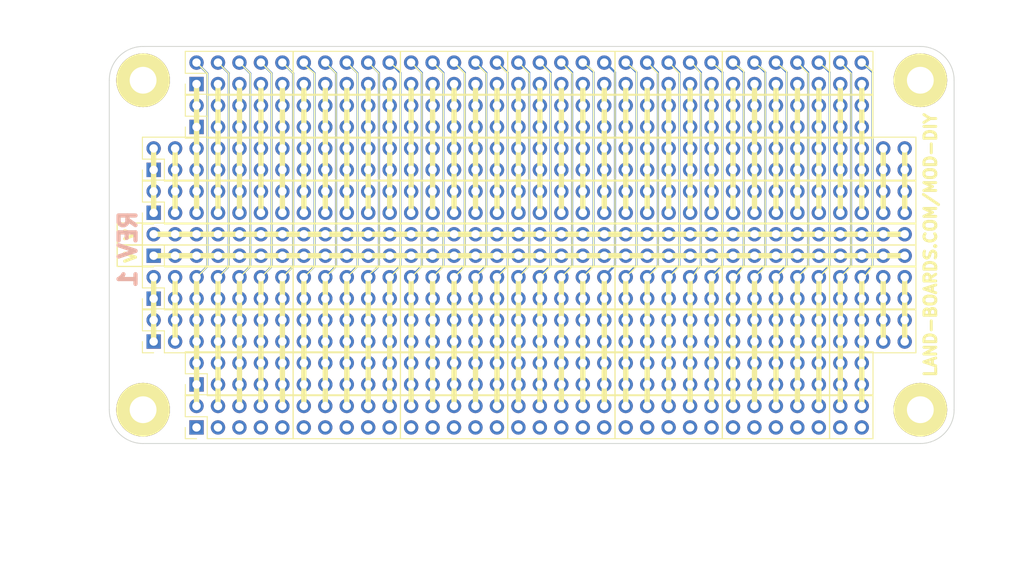
<source format=kicad_pcb>
(kicad_pcb (version 20211014) (generator pcbnew)
  (layers (0 "F.Cu" signal) (31 "B.Cu" signal) (34 "B.Paste" user) (35 "F.Paste" user) (36 "B.SilkS" user "B.Silkscreen") (37 "F.SilkS" user "F.Silkscreen") (38 "B.Mask" user) (39 "F.Mask" user) (44 "Edge.Cuts" user))
  (net 0 "")
  (net 33 "/N02")
  (net 34 "/N04")
  (net 35 "/N06")
  (net 36 "/N08")
  (net 37 "/N10")
  (net 38 "/N12")
  (net 39 "/N14")
  (net 40 "/N16")
  (net 41 "/N18")
  (net 42 "/N20")
  (net 43 "/N22")
  (net 44 "/N24")
  (net 45 "/N26")
  (net 46 "/N28")
  (net 47 "/N30")
  (net 48 "/N32")
  (net 49 "/N34")
  (net 50 "/N36")
  (net 51 "/N38")
  (net 52 "/N40")
  (net 53 "/N42")
  (net 54 "/N44")
  (net 55 "/N46")
  (net 56 "/N48")
  (net 57 "/N50")
  (net 58 "/N52")
  (net 59 "/N54")
  (net 60 "/N56")
  (net 61 "/N58")
  (net 62 "/N60")
  (net 63 "/N62")
  (net 64 "/N64")
  (net 65 "/N01")
  (net 66 "/N03")
  (net 67 "/N05")
  (net 68 "/N07")
  (net 69 "/N09")
  (net 70 "/N11")
  (net 71 "/N13")
  (net 72 "/N15")
  (net 73 "/N17")
  (net 74 "/N19")
  (net 75 "/N21")
  (net 76 "/N23")
  (net 77 "/N25")
  (net 78 "/N27")
  (net 79 "/N29")
  (net 80 "/N31")
  (net 81 "/N33")
  (net 82 "/N35")
  (net 83 "/N37")
  (net 84 "/N39")
  (net 85 "/N41")
  (net 86 "/N43")
  (net 87 "/N45")
  (net 88 "/N47")
  (net 89 "/N49")
  (net 90 "/N51")
  (net 91 "/N53")
  (net 92 "/N55")
  (net 93 "/N57")
  (net 94 "/N59")
  (net 95 "/N61")
  (net 96 "/N63")
  (net 97 "Net-(J1-Pad53)")
  (net 98 "Net-(J1-Pad58)")
  (net 99 "/E01")
  (net 100 "/E03")
  (net 101 "/E69")
  (net 102 "/E71")
  (net 103 "/E02")
  (net 104 "/E04")
  (net 105 "/E70")
  (net 106 "/E72")
  (footprint "Connector_PinHeader_2.54mm:PinHeader_2x36_P2.54mm_Vertical" (layer "F.Cu") (at 95.25 59.69 90)
    (fp_text reference "J7" hide)
    (fp_text value "Conn_02x36_Odd_Even")
  )
  (footprint "LandBoards_MountHoles:MTG-4-40" (layer "F.Cu") (at 94 83)
    (fp_text reference "MTG1" hide)
    (fp_text value "MountingHole" hide)
  )
  (footprint "Connector_PinHeader_2.54mm:PinHeader_2x36_P2.54mm_Vertical" (layer "F.Cu") (at 95.25 54.61 90)
    (fp_text reference "J4" hide)
    (fp_text value "Conn_02x36_Odd_Even")
  )
  (footprint "Connector_PinHeader_2.54mm:PinHeader_2x32_P2.54mm_Vertical" (layer "F.Cu") (at 100.33 80.01 90)
    (fp_text reference "J9" hide)
    (fp_text value "Conn_02x32_Odd_Even")
  )
  (footprint "Connector_PinHeader_2.54mm:PinHeader_2x32_P2.54mm_Vertical" (layer "F.Cu") (at 100.33 49.53 90)
    (fp_text reference "J5" hide)
    (fp_text value "Conn_02x32_Odd_Even")
  )
  (footprint "LandBoards_MountHoles:MTG-4-40" (layer "F.Cu") (at 94 44)
    (fp_text reference "MTG3" hide)
    (fp_text value "MountingHole" hide)
  )
  (footprint "Connector_PinHeader_2.54mm:PinHeader_2x36_P2.54mm_Vertical" (layer "F.Cu") (at 95.25 69.85 90)
    (fp_text reference "J8" hide)
    (fp_text value "Conn_02x36_Odd_Even")
  )
  (footprint "Connector_PinHeader_2.54mm:PinHeader_2x36_P2.54mm_Vertical" (layer "F.Cu") (at 95.25 64.77 90)
    (fp_text reference "J1" hide)
    (fp_text value "Conn_02x36_Odd_Even")
  )
  (footprint "Connector_PinHeader_2.54mm:PinHeader_2x32_P2.54mm_Vertical" (layer "F.Cu") (at 100.324996 44.45 90)
    (fp_text reference "J2" hide)
    (fp_text value "Conn_02x32_Odd_Even")
  )
  (footprint "Connector_PinHeader_2.54mm:PinHeader_2x36_P2.54mm_Vertical" (layer "F.Cu") (at 95.25 74.93 90)
    (fp_text reference "J6" hide)
    (fp_text value "Conn_02x36_Odd_Even")
  )
  (footprint "Connector_PinHeader_2.54mm:PinHeader_2x32_P2.54mm_Vertical" (layer "F.Cu") (at 100.324996 85.095004 90)
    (fp_text reference "J3" hide)
    (fp_text value "Conn_02x32_Odd_Even")
  )
  (footprint "LandBoards_MountHoles:MTG-4-40" (layer "F.Cu") (at 186 83)
    (fp_text reference "MTG2" hide)
    (fp_text value "MountingHole" hide)
  )
  (footprint "LandBoards_MountHoles:MTG-4-40" (layer "F.Cu") (at 186 44)
    (fp_text reference "MTG4" hide)
    (fp_text value "MountingHole" hide)
  )
  (gr_line (start 97.79 52.07) (end 97.79 59.69) (layer "F.SilkS") (width 0.635))
  (gr_line (start 113.03 67.37) (end 113.03 82.55) (layer "F.SilkS") (width 0.635))
  (gr_line (start 161.29 41.91) (end 162.56 42.926) (layer "F.SilkS") (width 0.15))
  (gr_line (start 119.38 43.18) (end 118.11 41.91) (layer "F.SilkS") (width 0.15))
  (gr_line (start 118.11 44.48) (end 118.11 59.66) (layer "F.SilkS") (width 0.635))
  (gr_line (start 159.004 67.34) (end 160.02 65.786) (layer "F.SilkS") (width 0.15))
  (gr_line (start 181.61 67.31) (end 181.61 74.93) (layer "F.SilkS") (width 0.635))
  (gr_line (start 184.15 64.77) (end 95.25 64.77) (layer "F.SilkS") (width 0.635))
  (gr_line (start 100.33 44.48) (end 100.33 59.66) (layer "F.SilkS") (width 0.635))
  (gr_line (start 179.07 67.34) (end 179.07 82.52) (layer "F.SilkS") (width 0.635))
  (gr_line (start 146.05 67.34) (end 147.32 66.04) (layer "F.SilkS") (width 0.15))
  (gr_line (start 173.99 44.48) (end 173.99 59.66) (layer "F.SilkS") (width 0.635))
  (gr_line (start 132.08 43.18) (end 132.08 66.04) (layer "F.SilkS") (width 0.15))
  (gr_line (start 130.81 44.48) (end 130.81 59.66) (layer "F.SilkS") (width 0.635))
  (gr_line (start 133.35 67.31) (end 133.35 82.49) (layer "F.SilkS") (width 0.635))
  (gr_line (start 158.75 67.34) (end 158.75 82.52) (layer "F.SilkS") (width 0.635))
  (gr_line (start 165.1 42.926) (end 163.83 41.91) (layer "F.SilkS") (width 0.15))
  (gr_line (start 111.76 43.18) (end 111.76 66.04) (layer "F.SilkS") (width 0.15))
  (gr_line (start 162.56 66.04) (end 161.29 67.34) (layer "F.SilkS") (width 0.15))
  (gr_line (start 128.27 67.37) (end 129.54 66.04) (layer "F.SilkS") (width 0.15))
  (gr_line (start 115.57 44.48) (end 115.57 59.66) (layer "F.SilkS") (width 0.635))
  (gr_line (start 127 66.04) (end 125.73 67.37) (layer "F.SilkS") (width 0.15))
  (gr_line (start 90.932 63.5) (end 185.48 63.5) (layer "F.SilkS") (width 0.15))
  (gr_line (start 140.97 44.48) (end 140.97 59.66) (layer "F.SilkS") (width 0.635))
  (gr_line (start 130.81 67.37) (end 132.08 66.04) (layer "F.SilkS") (width 0.15))
  (gr_line (start 156.21 41.91) (end 157.48 43.18) (layer "F.SilkS") (width 0.15))
  (gr_line (start 176.53 41.91) (end 177.8 43.18) (layer "F.SilkS") (width 0.15))
  (gr_line (start 111.76 66.04) (end 110.49 67.37) (layer "F.SilkS") (width 0.15))
  (gr_line (start 107.95 67.37) (end 109.22 66.04) (layer "F.SilkS") (width 0.15))
  (gr_line (start 156.21 44.48) (end 156.21 59.66) (layer "F.SilkS") (width 0.635))
  (gr_line (start 173.99 67.34) (end 175.26 66.04) (layer "F.SilkS") (width 0.15))
  (gr_line (start 138.43 67.34) (end 138.43 82.52) (layer "F.SilkS") (width 0.635))
  (gr_line (start 184.15 52.07) (end 184.15 59.69) (layer "F.SilkS") (width 0.635))
  (gr_line (start 171.45 44.48) (end 171.45 59.66) (layer "F.SilkS") (width 0.635))
  (gr_line (start 153.67 44.48) (end 153.67 59.66) (layer "F.SilkS") (width 0.635))
  (gr_line (start 179.324 67.34) (end 180.34 66.04) (layer "F.SilkS") (width 0.15))
  (gr_line (start 95.25 62.23) (end 184.15 62.23) (layer "F.SilkS") (width 0.635))
  (gr_line (start 125.73 41.91) (end 127 43.18) (layer "F.SilkS") (width 0.15))
  (gr_line (start 151.13 41.91) (end 152.4 42.926) (layer "F.SilkS") (width 0.15))
  (gr_line (start 168.91 44.48) (end 168.91 59.66) (layer "F.SilkS") (width 0.635))
  (gr_line (start 165.1 66.04) (end 165.1 42.926) (layer "F.SilkS") (width 0.15))
  (gr_line (start 102.87 67.37) (end 102.87 82.55) (layer "F.SilkS") (width 0.635))
  (gr_line (start 148.59 44.48) (end 148.59 59.66) (layer "F.SilkS") (width 0.635))
  (gr_line (start 167.64 42.926) (end 167.64 66.04) (layer "F.SilkS") (width 0.15))
  (gr_line (start 173.99 67.34) (end 173.99 82.52) (layer "F.SilkS") (width 0.635))
  (gr_line (start 148.59 67.34) (end 148.59 82.52) (layer "F.SilkS") (width 0.635))
  (gr_line (start 95.25 67.31) (end 95.25 74.93) (layer "F.SilkS") (width 0.635))
  (gr_line (start 152.4 42.926) (end 152.4 66.04) (layer "F.SilkS") (width 0.15))
  (gr_line (start 135.89 44.48) (end 135.89 59.66) (layer "F.SilkS") (width 0.635))
  (gr_line (start 101.6 66.04) (end 100.33 67.37) (layer "F.SilkS") (width 0.15))
  (gr_line (start 139.7 43.18) (end 139.7 65.98) (layer "F.SilkS") (width 0.15))
  (gr_line (start 116.84 66.04) (end 115.57 67.37) (layer "F.SilkS") (width 0.15))
  (gr_line (start 163.83 44.48) (end 163.83 59.66) (layer "F.SilkS") (width 0.635))
  (gr_line (start 124.46 42.926) (end 123.19 41.91) (layer "F.SilkS") (width 0.15))
  (gr_line (start 120.65 67.37) (end 120.65 82.55) (layer "F.SilkS") (width 0.635))
  (gr_line (start 104.14 43.18) (end 102.87 41.91) (layer "F.SilkS") (width 0.15))
  (gr_line (start 154.94 66.04) (end 154.94 43.18) (layer "F.SilkS") (width 0.15))
  (gr_line (start 171.45 67.34) (end 171.45 82.52) (layer "F.SilkS") (width 0.635))
  (gr_line (start 133.35 44.48) (end 133.35 59.66) (layer "F.SilkS") (width 0.635))
  (gr_line (start 144.78 43.18) (end 144.78 66.04) (layer "F.SilkS") (width 0.15))
  (gr_line (start 121.92 43.18) (end 121.92 66.04) (layer "F.SilkS") (width 0.15))
  (gr_line (start 129.54 66.04) (end 129.54 43.18) (layer "F.SilkS") (width 0.15))
  (gr_line (start 134.62 66.04) (end 133.35 67.31) (layer "F.SilkS") (width 0.15))
  (gr_line (start 100.33 41.91) (end 101.594996 43.18) (layer "F.SilkS") (width 0.15))
  (gr_line (start 139.7 65.98) (end 138.43 67.34) (layer "F.SilkS") (width 0.15))
  (gr_line (start 156.21 67.34) (end 156.21 82.52) (layer "F.SilkS") (width 0.635))
  (gr_line (start 111.76 40.64) (end 111.76 86.36) (layer "F.SilkS") (width 0.15))
  (gr_rect (start 90.932 63.5) (end 93.92 60.9) (layer "F.SilkS") (width 0.15) (fill none))
  (gr_line (start 168.91 67.34) (end 168.91 82.52) (layer "F.SilkS") (width 0.635))
  (gr_line (start 146.05 44.48) (end 146.05 59.66) (layer "F.SilkS") (width 0.635))
  (gr_line (start 138.43 41.91) (end 139.7 43.18) (layer "F.SilkS") (width 0.15))
  (gr_line (start 127 43.18) (end 127 66.04) (layer "F.SilkS") (width 0.15))
  (gr_line (start 119.38 66.04) (end 119.38 43.18) (layer "F.SilkS") (width 0.15))
  (gr_line (start 143.51 67.34) (end 143.51 82.52) (layer "F.SilkS") (width 0.635))
  (gr_line (start 129.54 43.18) (end 128.27 41.91) (layer "F.SilkS") (width 0.15))
  (gr_line (start 114.3 66.04) (end 114.3 43.18) (layer "F.SilkS") (width 0.15))
  (gr_line (start 181.61 52.01) (end 181.61 59.63) (layer "F.SilkS") (width 0.635))
  (gr_line (start 123.19 67.37) (end 124.46 66.04) (layer "F.SilkS") (width 0.15))
  (gr_line (start 144.78 66.04) (end 143.51 67.34) (layer "F.SilkS") (width 0.15))
  (gr_rect (start 93.92 63.5) (end 90.932 66.04) (layer "F.SilkS") (width 0.15) (fill none))
  (gr_line (start 170.18 42.926) (end 168.91 41.91) (layer "F.SilkS") (width 0.15))
  (gr_line (start 124.46 66.04) (end 124.46 42.926) (layer "F.SilkS") (width 0.15))
  (gr_line (start 153.67 67.34) (end 153.67 82.52) (layer "F.SilkS") (width 0.635))
  (gr_line (start 118.11 67.37) (end 119.38 66.04) (layer "F.SilkS") (width 0.15))
  (gr_line (start 101.594996 43.18) (end 101.6 66.04) (layer "F.SilkS") (width 0.15))
  (gr_line (start 137.16 43.18) (end 135.89 41.91) (layer "F.SilkS") (width 0.15))
  (gr_line (start 110.49 44.48) (end 110.49 59.66) (layer "F.SilkS") (width 0.635))
  (gr_line (start 107.95 44.48) (end 107.95 59.66) (layer "F.SilkS") (width 0.635))
  (gr_line (start 167.64 66.04) (end 166.37 67.34) (layer "F.SilkS") (width 0.15))
  (gr_line (start 152.4 66.04) (end 151.13 67.34) (layer "F.SilkS") (width 0.15))
  (gr_line (start 179.07 44.48) (end 179.07 59.66) (layer "F.SilkS") (width 0.635))
  (gr_line (start 137.16 40.64) (end 137.16 86.36) (layer "F.SilkS") (width 0.15))
  (gr_line (start 154.94 43.18) (end 153.67 41.91) (layer "F.SilkS") (width 0.15))
  (gr_line (start 175.26 42.926) (end 173.99 41.91) (layer "F.SilkS") (width 0.15))
  (gr_line (start 166.37 44.48) (end 166.37 59.66) (layer "F.SilkS") (width 0.635))
  (gr_line (start 147.32 66.04) (end 147.32 42.926) (layer "F.SilkS") (width 0.15))
  (gr_line (start 175.26 86.36) (end 175.26 40.64) (layer "F.SilkS") (width 0.15))
  (gr_line (start 109.22 43.18) (end 108.204 42.164) (layer "F.SilkS") (width 0.15))
  (gr_line (start 147.32 42.926) (end 146.05 41.91) (layer "F.SilkS") (width 0.15))
  (gr_line (start 151.13 44.48) (end 151.13 59.66) (layer "F.SilkS") (width 0.635))
  (gr_line (start 171.45 41.91) (end 172.72 43.18) (layer "F.SilkS") (width 0.15))
  (gr_line (start 166.37 41.91) (end 167.64 42.926) (layer "F.SilkS") (width 0.15))
  (gr_line (start 162.56 42.926) (end 162.56 66.04) (layer "F.SilkS") (width 0.15))
  (gr_line (start 106.68 43.18) (end 106.68 66.04) (layer "F.SilkS") (width 0.15))
  (gr_line (start 138.43 44.48) (end 138.43 59.66) (layer "F.SilkS") (width 0.635))
  (gr_line (start 114.3 43.18) (end 113.03 42.164) (layer "F.SilkS") (width 0.15))
  (gr_line (start 158.75 44.48) (end 158.75 59.66) (layer "F.SilkS") (width 0.635))
  (gr_line (start 100.33 67.37) (end 100.33 82.55) (layer "F.SilkS") (width 0.635))
  (gr_line (start 115.57 41.91) (end 116.84 43.18) (layer "F.SilkS") (width 0.15))
  (gr_line (start 161.29 67.34) (end 161.29 82.52) (layer "F.SilkS") (width 0.635))
  (gr_line (start 162.56 40.64) (end 162.56 86.36) (layer "F.SilkS") (width 0.15))
  (gr_line (start 133.35 41.91) (end 134.62 43.18) (layer "F.SilkS") (width 0.15))
  (gr_line (start 135.89 67.31) (end 137.16 66.04) (layer "F.SilkS") (width 0.15))
  (gr_line (start 177.8 43.18) (end 177.8 66.04) (layer "F.SilkS") (width 0.15))
  (gr_line (start 177.8 66.04) (end 176.53 67.34) (layer "F.SilkS") (width 0.15))
  (gr_line (start 166.37 67.34) (end 166.37 82.52) (layer "F.SilkS") (width 0.635))
  (gr_line (start 105.41 41.91) (end 106.68 43.18) (layer "F.SilkS") (width 0.15))
  (gr_line (start 130.81 41.91) (end 132.08 43.18) (layer "F.SilkS") (width 0.15))
  (gr_line (start 143.51 41.91) (end 144.78 43.18) (layer "F.SilkS") (width 0.15))
  (gr_line (start 121.92 66.04) (end 120.65 67.056) (layer "F.SilkS") (width 0.15))
  (gr_line (start 107.95 67.37) (end 107.95 82.55) (layer "F.SilkS") (width 0.635))
  (gr_line (start 118.11 67.37) (end 118.11 82.55) (layer "F.SilkS") (width 0.635))
  (gr_line (start 176.53 67.34) (end 176.53 82.52) (layer "F.SilkS") (width 0.635))
  (gr_line (start 132.08 66.04) (end 130.81 67.37) (layer "F.SilkS") (width 0.15))
  (gr_line (start 95.25 52.01) (end 95.25 59.63) (layer "F.SilkS") (width 0.635))
  (gr_line (start 116.84 43.18) (end 116.84 66.04) (layer "F.SilkS") (width 0.15))
  (gr_line (start 172.72 43.18) (end 172.72 66.04) (layer "F.SilkS") (width 0.15))
  (gr_line (start 130.81 67.37) (end 130.81 82.55) (layer "F.SilkS") (width 0.635))
  (gr_line (start 105.41 44.48) (end 105.41 59.66) (layer "F.SilkS") (width 0.635))
  (gr_line (start 113.03 44.48) (end 113.03 59.66) (layer "F.SilkS") (width 0.635))
  (gr_line (start 146.05 67.34) (end 146.05 82.52) (layer "F.SilkS") (width 0.635))
  (gr_line (start 115.57 67.37) (end 115.57 82.55) (layer "F.SilkS") (width 0.635))
  (gr_line (start 120.65 41.91) (end 121.92 43.18) (layer "F.SilkS") (width 0.15))
  (gr_line (start 151.13 67.34) (end 151.13 82.52) (layer "F.SilkS") (width 0.635))
  (gr_line (start 176.53 44.48) (end 176.53 59.66) (layer "F.SilkS") (width 0.635))
  (gr_line (start 109.22 66.04) (end 109.22 43.18) (layer "F.SilkS") (width 0.15))
  (gr_line (start 124.46 86.36) (end 124.46 40.64) (layer "F.SilkS") (width 0.15))
  (gr_line (start 172.72 66.04) (end 171.45 67.34) (layer "F.SilkS") (width 0.15))
  (gr_line (start 157.48 66.04) (end 156.21 67.34) (layer "F.SilkS") (width 0.15))
  (gr_line (start 113.03 67.37) (end 114.3 66.04) (layer "F.SilkS") (width 0.15))
  (gr_line (start 143.51 44.48) (end 143.51 59.66) (layer "F.SilkS") (width 0.635))
  (gr_line (start 102.87 67.37) (end 104.14 66.04) (layer "F.SilkS") (width 0.15))
  (gr_line (start 110.49 67.37) (end 110.49 82.55) (layer "F.SilkS") (width 0.635))
  (gr_line (start 97.79 67.37) (end 97.79 74.99) (layer "F.SilkS") (width 0.635))
  (gr_line (start 184.15 67.37) (end 184.15 74.99) (layer "F.SilkS") (width 0.635))
  (gr_line (start 175.26 66.04) (end 175.26 42.926) (layer "F.SilkS") (width 0.15))
  (gr_line (start 157.48 43.18) (end 157.48 66.04) (layer "F.SilkS") (width 0.15))
  (gr_line (start 149.86 86.36) (end 149.86 40.64) (layer "F.SilkS") (width 0.15))
  (gr_line (start 170.18 66.04) (end 170.18 42.926) (layer "F.SilkS") (width 0.15))
  (gr_line (start 105.41 67.37) (end 105.41 82.55) (layer "F.SilkS") (width 0.635))
  (gr_line (start 135.89 67.594) (end 135.89 82.774) (layer "F.SilkS") (width 0.635))
  (gr_line (start 160.02 65.786) (end 160.02 43.18) (layer "F.SilkS") (width 0.15))
  (gr_line (start 140.97 67.34) (end 142.24 66.04) (layer "F.SilkS") (width 0.15))
  (gr_line (start 125.73 44.48) (end 125.73 59.66) (layer "F.SilkS") (width 0.635))
  (gr_line (start 123.19 44.48) (end 123.19 59.66) (layer "F.SilkS") (width 0.635))
  (gr_line (start 125.73 67.37) (end 125.73 82.55) (layer "F.SilkS") (width 0.635))
  (gr_line (start 142.24 66.04) (end 142.24 43.18) (layer "F.SilkS") (width 0.15))
  (gr_line (start 106.68 66.04) (end 105.41 67.37) (layer "F.SilkS") (width 0.15))
  (gr_line (start 161.29 44.48) (end 161.29 59.66) (layer "F.SilkS") (width 0.635))
  (gr_line (start 137.16 66.04) (end 137.16 43.18) (layer "F.SilkS") (width 0.15))
  (gr_line (start 120.65 44.48) (end 120.65 59.66) (layer "F.SilkS") (width 0.635))
  (gr_line (start 110.49 41.91) (end 111.76 43.18) (layer "F.SilkS") (width 0.15))
  (gr_line (start 132.08 66.04) (end 132.08 43.18) (layer "F.SilkS") (width 0.15))
  (gr_line (start 128.27 67.37) (end 128.27 82.55) (layer "F.SilkS") (width 0.635))
  (gr_line (start 180.34 42.926) (end 179.07 41.91) (layer "F.SilkS") (width 0.15))
  (gr_line (start 134.62 43.18) (end 134.62 66.04) (layer "F.SilkS") (width 0.15))
  (gr_line (start 123.19 67.37) (end 123.19 82.55) (layer "F.SilkS") (width 0.635))
  (gr_line (start 153.67 67.34) (end 154.94 66.04) (layer "F.SilkS") (width 0.15))
  (gr_line (start 163.83 67.34) (end 163.83 82.52) (layer "F.SilkS") (width 0.635))
  (gr_line (start 104.14 66.04) (end 104.14 43.18) (layer "F.SilkS") (width 0.15))
  (gr_line (start 180.34 66.04) (end 180.34 42.926) (layer "F.SilkS") (width 0.15))
  (gr_line (start 130.81 41.91) (end 132.08 43.18) (layer "F.SilkS") (width 0.15))
  (gr_line (start 168.91 67.34) (end 170.18 66.04) (layer "F.SilkS") (width 0.15))
  (gr_line (start 128.27 44.48) (end 128.27 59.66) (layer "F.SilkS") (width 0.635))
  (gr_line (start 140.97 67.34) (end 140.97 82.52) (layer "F.SilkS") (width 0.635))
  (gr_line (start 102.87 44.48) (end 102.87 59.66) (layer "F.SilkS") (width 0.635))
  (gr_line (start 120.65 67.056) (end 120.65 67.37) (layer "F.SilkS") (width 0.15))
  (gr_line (start 142.24 43.18) (end 140.97 41.91) (layer "F.SilkS") (width 0.15))
  (gr_line (start 164.084 67.34) (end 165.1 66.04) (layer "F.SilkS") (width 0.15))
  (gr_line (start 160.02 43.18) (end 158.75 41.656) (layer "F.SilkS") (width 0.15))
  (gr_arc (start 186 40) (mid 188.828427 41.171573) (end 190 44) (layer "Edge.Cuts") (width 0.1))
  (gr_line (start 90 83) (end 90 44) (layer "Edge.Cuts") (width 0.1))
  (gr_arc (start 94 87) (mid 91.171573 85.828427) (end 90 83) (layer "Edge.Cuts") (width 0.1))
  (gr_line (start 190 44) (end 190 83) (layer "Edge.Cuts") (width 0.1))
  (gr_line (start 94 40) (end 186 40) (layer "Edge.Cuts") (width 0.1))
  (gr_arc (start 90 44) (mid 91.171573 41.171573) (end 94 40) (layer "Edge.Cuts") (width 0.1))
  (gr_line (start 186 87) (end 94 87) (layer "Edge.Cuts") (width 0.1))
  (gr_arc (start 190 83) (mid 188.828427 85.828427) (end 186 87) (layer "Edge.Cuts") (width 0.1))
  (gr_text "REV 1" (at 92.202 64.008 90) (layer "B.SilkS") (effects (font (size 2 2) (thickness 0.5)) (justify mirror)))
  (gr_text ">\n>" (at 92.456 63.5) (layer "F.SilkS") (effects (font (size 1.651 1.651) (thickness 0.381))))
  (gr_text "LAND-BOARDS.COM/MOD-DIY" (at 187.198 63.5 90) (layer "F.SilkS") (effects (font (size 1.397 1.397) (thickness 0.34925))))
  (segment (start 100.33 67.31) (end 101.6 66.04) (width 0.25) (layer "B.Cu") (net 33))
  (segment (start 100.335 72.39) (end 100.335 74.93) (width 0.25) (layer "B.Cu") (net 33))
  (segment (start 101.6 66.04) (end 101.6 43.185) (width 0.25) (layer "B.Cu") (net 33))
  (segment (start 100.335 77.47) (end 100.335 80.01) (width 0.25) (layer "B.Cu") (net 33))
  (segment (start 101.6 43.185) (end 100.325 41.91) (width 0.25) (layer "B.Cu") (net 33))
  (segment (start 100.33 67.31) (end 100.33 69.845) (width 0.25) (layer "B.Cu") (net 33))
  (segment (start 100.335 74.93) (end 100.335 77.47) (width 0.25) (layer "B.Cu") (net 33))
  (segment (start 100.335 80.01) (end 100.335 82.55) (width 0.25) (layer "B.Cu") (net 33))
  (segment (start 100.335 69.85) (end 100.335 72.39) (width 0.25) (layer "B.Cu") (net 33))
  (segment (start 102.875 80.0125) (end 102.875 82.5525) (width 0.25) (layer "B.Cu") (net 34))
  (segment (start 104.14 43.18) (end 102.865 41.905) (width 0.25) (layer "B.Cu") (net 34))
  (segment (start 102.875 72.3925) (end 102.875 74.9325) (width 0.25) (layer "B.Cu") (net 34))
  (segment (start 102.875 69.8525) (end 102.875 72.3925) (width 0.25) (layer "B.Cu") (net 34))
  (segment (start 102.875 77.4725) (end 102.875 80.0125) (width 0.25) (layer "B.Cu") (net 34))
  (segment (start 102.87 67.305) (end 104.14 66.035) (width 0.25) (layer "B.Cu") (net 34))
  (segment (start 104.14 66.035) (end 104.14 43.18) (width 0.25) (layer "B.Cu") (net 34))
  (segment (start 102.875 74.9325) (end 102.875 77.4725) (width 0.25) (layer "B.Cu") (net 34))
  (segment (start 102.87 67.3125) (end 102.87 69.8475) (width 0.25) (layer "B.Cu") (net 34))
  (segment (start 105.415 72.3925) (end 105.415 74.9325) (width 0.25) (layer "B.Cu") (net 35))
  (segment (start 105.415 74.9325) (end 105.415 77.4725) (width 0.25) (layer "B.Cu") (net 35))
  (segment (start 105.41 67.305) (end 106.68 66.035) (width 0.25) (layer "B.Cu") (net 35))
  (segment (start 105.415 80.0125) (end 105.415 82.5525) (width 0.25) (layer "B.Cu") (net 35))
  (segment (start 106.68 43.18) (end 105.405 41.905) (width 0.25) (layer "B.Cu") (net 35))
  (segment (start 106.68 66.035) (end 106.68 43.18) (width 0.25) (layer "B.Cu") (net 35))
  (segment (start 105.415 77.4725) (end 105.415 80.0125) (width 0.25) (layer "B.Cu") (net 35))
  (segment (start 105.415 69.8525) (end 105.415 72.3925) (width 0.25) (layer "B.Cu") (net 35))
  (segment (start 105.41 67.3125) (end 105.41 69.8475) (width 0.25) (layer "B.Cu") (net 35))
  (segment (start 107.955 69.8525) (end 107.955 72.3925) (width 0.25) (layer "B.Cu") (net 36))
  (segment (start 107.955 77.4725) (end 107.955 80.0125) (width 0.25) (layer "B.Cu") (net 36))
  (segment (start 107.955 80.0125) (end 107.955 82.5525) (width 0.25) (layer "B.Cu") (net 36))
  (segment (start 107.955 72.3925) (end 107.955 74.9325) (width 0.25) (layer "B.Cu") (net 36))
  (segment (start 107.955 74.9325) (end 107.955 77.4725) (width 0.25) (layer "B.Cu") (net 36))
  (segment (start 109.22 66.034597) (end 109.22 43.179597) (width 0.25) (layer "B.Cu") (net 36))
  (segment (start 107.95 67.3125) (end 107.95 69.8475) (width 0.25) (layer "B.Cu") (net 36))
  (segment (start 109.22 43.179597) (end 107.945 41.904597) (width 0.25) (layer "B.Cu") (net 36))
  (segment (start 107.95 67.304597) (end 109.22 66.034597) (width 0.25) (layer "B.Cu") (net 36))
  (segment (start 110.495 72.3925) (end 110.495 74.9325) (width 0.25) (layer "B.Cu") (net 37))
  (segment (start 110.495 80.0125) (end 110.495 82.5525) (width 0.25) (layer "B.Cu") (net 37))
  (segment (start 110.495 77.4725) (end 110.495 80.0125) (width 0.25) (layer "B.Cu") (net 37))
  (segment (start 111.76 43.16903) (end 110.485 41.89403) (width 0.25) (layer "B.Cu") (net 37))
  (segment (start 110.495 69.8525) (end 110.495 72.3925) (width 0.25) (layer "B.Cu") (net 37))
  (segment (start 110.495 74.9325) (end 110.495 77.4725) (width 0.25) (layer "B.Cu") (net 37))
  (segment (start 111.76 66.02403) (end 111.76 43.16903) (width 0.25) (layer "B.Cu") (net 37))
  (segment (start 110.49 67.3125) (end 110.49 69.8475) (width 0.25) (layer "B.Cu") (net 37))
  (segment (start 110.49 67.29403) (end 111.76 66.02403) (width 0.25) (layer "B.Cu") (net 37))
  (segment (start 114.3 43.158463) (end 113.025 41.883463) (width 0.25) (layer "B.Cu") (net 38))
  (segment (start 113.035 80.0125) (end 113.035 82.5525) (width 0.25) (layer "B.Cu") (net 38))
  (segment (start 114.3 66.013463) (end 114.3 43.158463) (width 0.25) (layer "B.Cu") (net 38))
  (segment (start 113.03 67.283463) (end 114.3 66.013463) (width 0.25) (layer "B.Cu") (net 38))
  (segment (start 113.035 77.4725) (end 113.035 80.0125) (width 0.25) (layer "B.Cu") (net 38))
  (segment (start 113.035 69.8525) (end 113.035 72.3925) (width 0.25) (layer "B.Cu") (net 38))
  (segment (start 113.035 72.3925) (end 113.035 74.9325) (width 0.25) (layer "B.Cu") (net 38))
  (segment (start 113.03 67.3125) (end 113.03 69.8475) (width 0.25) (layer "B.Cu") (net 38))
  (segment (start 113.035 74.9325) (end 113.035 77.4725) (width 0.25) (layer "B.Cu") (net 38))
  (segment (start 115.57 67.3125) (end 115.57 69.8475) (width 0.25) (layer "B.Cu") (net 39))
  (segment (start 116.84 66.002897) (end 116.84 43.147897) (width 0.25) (layer "B.Cu") (net 39))
  (segment (start 115.575 74.9325) (end 115.575 77.4725) (width 0.25) (layer "B.Cu") (net 39))
  (segment (start 115.575 77.4725) (end 115.575 80.0125) (width 0.25) (layer "B.Cu") (net 39))
  (segment (start 115.575 72.3925) (end 115.575 74.9325) (width 0.25) (layer "B.Cu") (net 39))
  (segment (start 116.84 43.147897) (end 115.565 41.872897) (width 0.25) (layer "B.Cu") (net 39))
  (segment (start 115.575 80.0125) (end 115.575 82.5525) (width 0.25) (layer "B.Cu") (net 39))
  (segment (start 115.57 67.272897) (end 116.84 66.002897) (width 0.25) (layer "B.Cu") (net 39))
  (segment (start 115.575 69.8525) (end 115.575 72.3925) (width 0.25) (layer "B.Cu") (net 39))
  (segment (start 118.115 69.8525) (end 118.115 72.3925) (width 0.25) (layer "B.Cu") (net 40))
  (segment (start 118.115 72.3925) (end 118.115 74.9325) (width 0.25) (layer "B.Cu") (net 40))
  (segment (start 119.38 66.002896) (end 119.38 43.147896) (width 0.25) (layer "B.Cu") (net 40))
  (segment (start 118.11 67.272896) (end 119.38 66.002896) (width 0.25) (layer "B.Cu") (net 40))
  (segment (start 118.11 67.3125) (end 118.11 69.8475) (width 0.25) (layer "B.Cu") (net 40))
  (segment (start 118.115 80.0125) (end 118.115 82.5525) (width 0.25) (layer "B.Cu") (net 40))
  (segment (start 119.38 43.147896) (end 118.105 41.872896) (width 0.25) (layer "B.Cu") (net 40))
  (segment (start 118.115 77.4725) (end 118.115 80.0125) (width 0.25) (layer "B.Cu") (net 40))
  (segment (start 118.115 74.9325) (end 118.115 77.4725) (width 0.25) (layer "B.Cu") (net 40))
  (segment (start 120.655 77.4725) (end 120.655 80.0125) (width 0.25) (layer "B.Cu") (net 41))
  (segment (start 120.65 67.3125) (end 120.65 69.8475) (width 0.25) (layer "B.Cu") (net 41))
  (segment (start 120.65 67.262329) (end 121.92 65.992329) (width 0.25) (layer "B.Cu") (net 41))
  (segment (start 120.655 80.0125) (end 120.655 82.5525) (width 0.25) (layer "B.Cu") (net 41))
  (segment (start 121.92 43.137329) (end 120.645 41.862329) (width 0.25) (layer "B.Cu") (net 41))
  (segment (start 120.655 72.3925) (end 120.655 74.9325) (width 0.25) (layer "B.Cu") (net 41))
  (segment (start 121.92 65.992329) (end 121.92 43.137329) (width 0.25) (layer "B.Cu") (net 41))
  (segment (start 120.655 69.8525) (end 120.655 72.3925) (width 0.25) (layer "B.Cu") (net 41))
  (segment (start 120.655 74.9325) (end 120.655 77.4725) (width 0.25) (layer "B.Cu") (net 41))
  (segment (start 123.195 80.0125) (end 123.195 82.5525) (width 0.25) (layer "B.Cu") (net 42))
  (segment (start 123.195 69.8525) (end 123.195 72.3925) (width 0.25) (layer "B.Cu") (net 42))
  (segment (start 124.46 43.126763) (end 123.185 41.851763) (width 0.25) (layer "B.Cu") (net 42))
  (segment (start 123.195 74.9325) (end 123.195 77.4725) (width 0.25) (layer "B.Cu") (net 42))
  (segment (start 123.19 67.251763) (end 124.46 65.981763) (width 0.25) (layer "B.Cu") (net 42))
  (segment (start 124.46 65.981763) (end 124.46 43.126763) (width 0.25) (layer "B.Cu") (net 42))
  (segment (start 123.195 77.4725) (end 123.195 80.0125) (width 0.25) (layer "B.Cu") (net 42))
  (segment (start 123.195 72.3925) (end 123.195 74.9325) (width 0.25) (layer "B.Cu") (net 42))
  (segment (start 123.19 67.3125) (end 123.19 69.8475) (width 0.25) (layer "B.Cu") (net 42))
  (segment (start 125.735 69.8525) (end 125.735 72.3925) (width 0.25) (layer "B.Cu") (net 43))
  (segment (start 125.735 72.3925) (end 125.735 74.9325) (width 0.25) (layer "B.Cu") (net 43))
  (segment (start 125.735 77.4725) (end 125.735 80.0125) (width 0.25) (layer "B.Cu") (net 43))
  (segment (start 125.735 80.0125) (end 125.735 82.5525) (width 0.25) (layer "B.Cu") (net 43))
  (segment (start 125.73 67.3125) (end 125.73 69.8475) (width 0.25) (layer "B.Cu") (net 43))
  (segment (start 125.735 74.9325) (end 125.735 77.4725) (width 0.25) (layer "B.Cu") (net 43))
  (segment (start 127 65.981762) (end 127 43.126762) (width 0.25) (layer "B.Cu") (net 43))
  (segment (start 125.73 67.251762) (end 127 65.981762) (width 0.25) (layer "B.Cu") (net 43))
  (segment (start 127 43.126762) (end 125.725 41.851762) (width 0.25) (layer "B.Cu") (net 43))
  (segment (start 128.275 74.9325) (end 128.275 77.4725) (width 0.25) (layer "B.Cu") (net 44))
  (segment (start 128.275 72.3925) (end 128.275 74.9325) (width 0.25) (layer "B.Cu") (net 44))
  (segment (start 128.27 67.241195) (end 129.54 65.971195) (width 0.25) (layer "B.Cu") (net 44))
  (segment (start 128.27 67.3125) (end 128.27 69.8475) (width 0.25) (layer "B.Cu") (net 44))
  (segment (start 128.275 80.0125) (end 128.275 82.5525) (width 0.25) (layer "B.Cu") (net 44))
  (segment (start 129.54 65.971195) (end 129.54 43.116195) (width 0.25) (layer "B.Cu") (net 44))
  (segment (start 128.275 69.8525) (end 128.275 72.3925) (width 0.25) (layer "B.Cu") (net 44))
  (segment (start 128.275 77.4725) (end 128.275 80.0125) (width 0.25) (layer "B.Cu") (net 44))
  (segment (start 129.54 43.116195) (end 128.265 41.841195) (width 0.25) (layer "B.Cu") (net 44))
  (segment (start 132.08 65.960629) (end 132.08 43.105629) (width 0.25) (layer "B.Cu") (net 45))
  (segment (start 132.08 43.105629) (end 130.805 41.830629) (width 0.25) (layer "B.Cu") (net 45))
  (segment (start 130.815 74.9325) (end 130.815 77.4725) (width 0.25) (layer "B.Cu") (net 45))
  (segment (start 130.815 72.3925) (end 130.815 74.9325) (width 0.25) (layer "B.Cu") (net 45))
  (segment (start 130.81 67.3125) (end 130.81 69.8475) (width 0.25) (layer "B.Cu") (net 45))
  (segment (start 130.815 80.0125) (end 130.815 82.5525) (width 0.25) (layer "B.Cu") (net 45))
  (segment (start 130.815 69.8525) (end 130.815 72.3925) (width 0.25) (layer "B.Cu") (net 45))
  (segment (start 130.815 77.4725) (end 130.815 80.0125) (width 0.25) (layer "B.Cu") (net 45))
  (segment (start 130.81 67.230629) (end 132.08 65.960629) (width 0.25) (layer "B.Cu") (net 45))
  (segment (start 134.62 43.105628) (end 133.345 41.830628) (width 0.25) (layer "B.Cu") (net 46))
  (segment (start 133.355 74.9325) (end 133.355 77.4725) (width 0.25) (layer "B.Cu") (net 46))
  (segment (start 134.62 65.960628) (end 134.62 43.105628) (width 0.25) (layer "B.Cu") (net 46))
  (segment (start 133.35 67.230628) (end 134.62 65.960628) (width 0.25) (layer "B.Cu") (net 46))
  (segment (start 133.35 67.3125) (end 133.35 69.8475) (width 0.25) (layer "B.Cu") (net 46))
  (segment (start 133.355 80.0125) (end 133.355 82.5525) (width 0.25) (layer "B.Cu") (net 46))
  (segment (start 133.355 77.4725) (end 133.355 80.0125) (width 0.25) (layer "B.Cu") (net 46))
  (segment (start 133.355 72.3925) (end 133.355 74.9325) (width 0.25) (layer "B.Cu") (net 46))
  (segment (start 133.355 69.8525) (end 133.355 72.3925) (width 0.25) (layer "B.Cu") (net 46))
  (segment (start 135.89 67.3125) (end 135.89 69.8475) (width 0.25) (layer "B.Cu") (net 47))
  (segment (start 137.16 43.095061) (end 135.885 41.820061) (width 0.25) (layer "B.Cu") (net 47))
  (segment (start 135.895 69.8525) (end 135.895 72.3925) (width 0.25) (layer "B.Cu") (net 47))
  (segment (start 135.895 80.0125) (end 135.895 82.5525) (width 0.25) (layer "B.Cu") (net 47))
  (segment (start 135.895 72.3925) (end 135.895 74.9325) (width 0.25) (layer "B.Cu") (net 47))
  (segment (start 135.89 67.220061) (end 137.16 65.950061) (width 0.25) (layer "B.Cu") (net 47))
  (segment (start 135.895 77.4725) (end 135.895 80.0125) (width 0.25) (layer "B.Cu") (net 47))
  (segment (start 135.895 74.9325) (end 135.895 77.4725) (width 0.25) (layer "B.Cu") (net 47))
  (segment (start 137.16 65.950061) (end 137.16 43.095061) (width 0.25) (layer "B.Cu") (net 47))
  (segment (start 138.435 69.8525) (end 138.435 72.3925) (width 0.25) (layer "B.Cu") (net 48))
  (segment (start 138.435 72.3925) (end 138.435 74.9325) (width 0.25) (layer "B.Cu") (net 48))
  (segment (start 138.435 80.0125) (end 138.435 82.5525) (width 0.25) (layer "B.Cu") (net 48))
  (segment (start 138.435 74.9325) (end 138.435 77.4725) (width 0.25) (layer "B.Cu") (net 48))
  (segment (start 138.435 77.4725) (end 138.435 80.0125) (width 0.25) (layer "B.Cu") (net 48))
  (segment (start 138.43 67.3125) (end 138.43 69.8475) (width 0.25) (layer "B.Cu") (net 48))
  (segment (start 139.7 65.939495) (end 139.7 43.084495) (width 0.25) (layer "B.Cu") (net 48))
  (segment (start 139.7 43.084495) (end 138.425 41.809495) (width 0.25) (layer "B.Cu") (net 48))
  (segment (start 138.43 67.209495) (end 139.7 65.939495) (width 0.25) (layer "B.Cu") (net 48))
  (segment (start 140.975 77.4675) (end 140.975 80.0075) (width 0.25) (layer "B.Cu") (net 49))
  (segment (start 142.24 65.928928) (end 142.24 43.073928) (width 0.25) (layer "B.Cu") (net 49))
  (segment (start 140.975 72.3875) (end 140.975 74.9275) (width 0.25) (layer "B.Cu") (net 49))
  (segment (start 140.975 74.9275) (end 140.975 77.4675) (width 0.25) (layer "B.Cu") (net 49))
  (segment (start 140.97 67.198928) (end 142.24 65.928928) (width 0.25) (layer "B.Cu") (net 49))
  (segment (start 140.975 80.0075) (end 140.975 82.5475) (width 0.25) (layer "B.Cu") (net 49))
  (segment (start 140.975 69.8475) (end 140.975 72.3875) (width 0.25) (layer "B.Cu") (net 49))
  (segment (start 142.24 43.073928) (end 140.965 41.798928) (width 0.25) (layer "B.Cu") (net 49))
  (segment (start 140.97 67.3075) (end 140.97 69.8425) (width 0.25) (layer "B.Cu") (net 49))
  (segment (start 143.51 67.3125) (end 143.51 69.8475) (width 0.25) (layer "B.Cu") (net 50))
  (segment (start 144.78 43.063361) (end 143.505 41.788361) (width 0.25) (layer "B.Cu") (net 50))
  (segment (start 143.515 77.4725) (end 143.515 80.0125) (width 0.25) (layer "B.Cu") (net 50))
  (segment (start 143.515 74.9325) (end 143.515 77.4725) (width 0.25) (layer "B.Cu") (net 50))
  (segment (start 143.515 80.0125) (end 143.515 82.5525) (width 0.25) (layer "B.Cu") (net 50))
  (segment (start 143.51 67.188361) (end 144.78 65.918361) (width 0.25) (layer "B.Cu") (net 50))
  (segment (start 143.515 69.8525) (end 143.515 72.3925) (width 0.25) (layer "B.Cu") (net 50))
  (segment (start 144.78 65.918361) (end 144.78 43.063361) (width 0.25) (layer "B.Cu") (net 50))
  (segment (start 143.515 72.3925) (end 143.515 74.9325) (width 0.25) (layer "B.Cu") (net 50))
  (segment (start 146.055 69.8525) (end 146.055 72.3925) (width 0.25) (layer "B.Cu") (net 51))
  (segment (start 146.055 77.4725) (end 146.055 80.0125) (width 0.25) (layer "B.Cu") (net 51))
  (segment (start 146.055 74.9325) (end 146.055 77.4725) (width 0.25) (layer "B.Cu") (net 51))
  (segment (start 146.055 80.0125) (end 146.055 82.5525) (width 0.25) (layer "B.Cu") (net 51))
  (segment (start 146.05 67.188361) (end 147.32 65.918361) (width 0.25) (layer "B.Cu") (net 51))
  (segment (start 146.05 67.3125) (end 146.05 69.8475) (width 0.25) (layer "B.Cu") (net 51))
  (segment (start 147.32 43.063361) (end 146.045 41.788361) (width 0.25) (layer "B.Cu") (net 51))
  (segment (start 146.055 72.3925) (end 146.055 74.9325) (width 0.25) (layer "B.Cu") (net 51))
  (segment (start 147.32 65.918361) (end 147.32 43.063361) (width 0.25) (layer "B.Cu") (net 51))
  (segment (start 148.595 77.4725) (end 148.595 80.0125) (width 0.25) (layer "B.Cu") (net 52))
  (segment (start 149.86 43.063361) (end 148.585 41.788361) (width 0.25) (layer "B.Cu") (net 52))
  (segment (start 148.59 67.188361) (end 149.86 65.918361) (width 0.25) (layer "B.Cu") (net 52))
  (segment (start 148.59 67.3125) (end 148.59 69.8475) (width 0.25) (layer "B.Cu") (net 52))
  (segment (start 149.86 65.918361) (end 149.86 43.063361) (width 0.25) (layer "B.Cu") (net 52))
  (segment (start 148.595 72.3925) (end 148.595 74.9325) (width 0.25) (layer "B.Cu") (net 52))
  (segment (start 148.595 80.0125) (end 148.595 82.5525) (width 0.25) (layer "B.Cu") (net 52))
  (segment (start 148.595 74.9325) (end 148.595 77.4725) (width 0.25) (layer "B.Cu") (net 52))
  (segment (start 148.595 69.8525) (end 148.595 72.3925) (width 0.25) (layer "B.Cu") (net 52))
  (segment (start 151.135 80.0125) (end 151.135 82.5525) (width 0.25) (layer "B.Cu") (net 53))
  (segment (start 151.135 72.3925) (end 151.135 74.9325) (width 0.25) (layer "B.Cu") (net 53))
  (segment (start 151.13 67.188361) (end 152.4 65.918361) (width 0.25) (layer "B.Cu") (net 53))
  (segment (start 152.4 65.918361) (end 152.4 43.063361) (width 0.25) (layer "B.Cu") (net 53))
  (segment (start 152.4 43.063361) (end 151.125 41.788361) (width 0.25) (layer "B.Cu") (net 53))
  (segment (start 151.13 67.3125) (end 151.13 69.8475) (width 0.25) (layer "B.Cu") (net 53))
  (segment (start 151.135 74.9325) (end 151.135 77.4725) (width 0.25) (layer "B.Cu") (net 53))
  (segment (start 151.135 69.8525) (end 151.135 72.3925) (width 0.25) (layer "B.Cu") (net 53))
  (segment (start 151.135 77.4725) (end 151.135 80.0125) (width 0.25) (layer "B.Cu") (net 53))
  (segment (start 153.67 67.188361) (end 154.94 65.918361) (width 0.25) (layer "B.Cu") (net 54))
  (segment (start 154.94 43.063361) (end 153.665 41.788361) (width 0.25) (layer "B.Cu") (net 54))
  (segment (start 153.675 72.3925) (end 153.675 74.9325) (width 0.25) (layer "B.Cu") (net 54))
  (segment (start 153.675 74.9325) (end 153.675 77.4725) (width 0.25) (layer "B.Cu") (net 54))
  (segment (start 153.675 69.8525) (end 153.675 72.3925) (width 0.25) (layer "B.Cu") (net 54))
  (segment (start 153.675 80.0125) (end 153.675 82.5525) (width 0.25) (layer "B.Cu") (net 54))
  (segment (start 153.675 77.4725) (end 153.675 80.0125) (width 0.25) (layer "B.Cu") (net 54))
  (segment (start 154.94 65.918361) (end 154.94 43.063361) (width 0.25) (layer "B.Cu") (net 54))
  (segment (start 153.67 67.3125) (end 153.67 69.8475) (width 0.25) (layer "B.Cu") (net 54))
  (segment (start 156.215 74.9325) (end 156.215 77.4725) (width 0.25) (layer "B.Cu") (net 55))
  (segment (start 157.48 65.918361) (end 157.48 43.063361) (width 0.25) (layer "B.Cu") (net 55))
  (segment (start 156.215 77.4725) (end 156.215 80.0125) (width 0.25) (layer "B.Cu") (net 55))
  (segment (start 156.21 67.3125) (end 156.21 69.8475) (width 0.25) (layer "B.Cu") (net 55))
  (segment (start 156.215 69.8525) (end 156.215 72.3925) (width 0.25) (layer "B.Cu") (net 55))
  (segment (start 156.21 67.188361) (end 157.48 65.918361) (width 0.25) (layer "B.Cu") (net 55))
  (segment (start 156.215 80.0125) (end 156.215 82.5525) (width 0.25) (layer "B.Cu") (net 55))
  (segment (start 157.48 43.063361) (end 156.205 41.788361) (width 0.25) (layer "B.Cu") (net 55))
  (segment (start 156.215 72.3925) (end 156.215 74.9325) (width 0.25) (layer "B.Cu") (net 55))
  (segment (start 158.755 72.3925) (end 158.755 74.9325) (width 0.25) (layer "B.Cu") (net 56))
  (segment (start 160.02 43.063361) (end 158.745 41.788361) (width 0.25) (layer "B.Cu") (net 56))
  (segment (start 158.75 67.3125) (end 158.75 69.8475) (width 0.25) (layer "B.Cu") (net 56))
  (segment (start 158.75 67.188361) (end 160.02 65.918361) (width 0.25) (layer "B.Cu") (net 56))
  (segment (start 160.02 65.918361) (end 160.02 43.063361) (width 0.25) (layer "B.Cu") (net 56))
  (segment (start 158.755 77.4725) (end 158.755 80.0125) (width 0.25) (layer "B.Cu") (net 56))
  (segment (start 158.755 80.0125) (end 158.755 82.5525) (width 0.25) (layer "B.Cu") (net 56))
  (segment (start 158.755 74.9325) (end 158.755 77.4725) (width 0.25) (layer "B.Cu") (net 56))
  (segment (start 158.755 69.8525) (end 158.755 72.3925) (width 0.25) (layer "B.Cu") (net 56))
  (segment (start 161.295 69.8525) (end 161.295 72.3925) (width 0.25) (layer "B.Cu") (net 57))
  (segment (start 161.295 80.0125) (end 161.295 82.5525) (width 0.25) (layer "B.Cu") (net 57))
  (segment (start 161.295 77.4725) (end 161.295 80.0125) (width 0.25) (layer "B.Cu") (net 57))
  (segment (start 161.295 72.3925) (end 161.295 74.9325) (width 0.25) (layer "B.Cu") (net 57))
  (segment (start 162.56 43.063361) (end 161.285 41.788361) (width 0.25) (layer "B.Cu") (net 57))
  (segment (start 161.295 74.9325) (end 161.295 77.4725) (width 0.25) (layer "B.Cu") (net 57))
  (segment (start 161.29 67.188361) (end 162.56 65.918361) (width 0.25) (layer "B.Cu") (net 57))
  (segment (start 162.56 65.918361) (end 162.56 43.063361) (width 0.25) (layer "B.Cu") (net 57))
  (segment (start 161.29 67.3125) (end 161.29 69.8475) (width 0.25) (layer "B.Cu") (net 57))
  (segment (start 163.835 80.0125) (end 163.835 82.5525) (width 0.25) (layer "B.Cu") (net 58))
  (segment (start 163.835 77.4725) (end 163.835 80.0125) (width 0.25) (layer "B.Cu") (net 58))
  (segment (start 163.83 67.3125) (end 163.83 69.8475) (width 0.25) (layer "B.Cu") (net 58))
  (segment (start 163.835 74.9325) (end 163.835 77.4725) (width 0.25) (layer "B.Cu") (net 58))
  (segment (start 163.83 67.188361) (end 165.1 65.918361) (width 0.25) (layer "B.Cu") (net 58))
  (segment (start 165.1 65.918361) (end 165.1 43.063361) (width 0.25) (layer "B.Cu") (net 58))
  (segment (start 163.835 72.3925) (end 163.835 74.9325) (width 0.25) (layer "B.Cu") (net 58))
  (segment (start 163.835 69.8525) (end 163.835 72.3925) (width 0.25) (layer "B.Cu") (net 58))
  (segment (start 165.1 43.063361) (end 163.825 41.788361) (width 0.25) (layer "B.Cu") (net 58))
  (segment (start 166.375 80.0125) (end 166.375 82.5525) (width 0.25) (layer "B.Cu") (net 59))
  (segment (start 166.375 72.3925) (end 166.375 74.9325) (width 0.25) (layer "B.Cu") (net 59))
  (segment (start 166.375 74.9325) (end 166.375 77.4725) (width 0.25) (layer "B.Cu") (net 59))
  (segment (start 166.37 67.3125) (end 166.37 69.8475) (width 0.25) (layer "B.Cu") (net 59))
  (segment (start 166.375 69.8525) (end 166.375 72.3925) (width 0.25) (layer "B.Cu") (net 59))
  (segment (start 166.375 77.4725) (end 166.375 80.0125) (width 0.25) (layer "B.Cu") (net 59))
  (segment (start 166.37 67.188361) (end 167.64 65.918361) (width 0.25) (layer "B.Cu") (net 59))
  (segment (start 167.64 43.063361) (end 166.365 41.788361) (width 0.25) (layer "B.Cu") (net 59))
  (segment (start 167.64 65.918361) (end 167.64 43.063361) (width 0.25) (layer "B.Cu") (net 59))
  (segment (start 168.91 67.3125) (end 168.91 69.8475) (width 0.25) (layer "B.Cu") (net 60))
  (segment (start 168.915 72.3925) (end 168.915 74.9325) (width 0.25) (layer "B.Cu") (net 60))
  (segment (start 168.915 74.9325) (end 168.915 77.4725) (width 0.25) (layer "B.Cu") (net 60))
  (segment (start 170.18 43.063361) (end 168.905 41.788361) (width 0.25) (layer "B.Cu") (net 60))
  (segment (start 168.915 80.0125) (end 168.915 82.5525) (width 0.25) (layer "B.Cu") (net 60))
  (segment (start 170.18 65.918361) (end 170.18 43.063361) (width 0.25) (layer "B.Cu") (net 60))
  (segment (start 168.91 67.188361) (end 170.18 65.918361) (width 0.25) (layer "B.Cu") (net 60))
  (segment (start 168.915 69.8525) (end 168.915 72.3925) (width 0.25) (layer "B.Cu") (net 60))
  (segment (start 168.915 77.4725) (end 168.915 80.0125) (width 0.25) (layer "B.Cu") (net 60))
  (segment (start 172.72 65.918361) (end 172.72 43.063361) (width 0.25) (layer "B.Cu") (net 61))
  (segment (start 171.455 72.3925) (end 171.455 74.9325) (width 0.25) (layer "B.Cu") (net 61))
  (segment (start 172.72 43.063361) (end 171.445 41.788361) (width 0.25) (layer "B.Cu") (net 61))
  (segment (start 171.455 74.9325) (end 171.455 77.4725) (width 0.25) (layer "B.Cu") (net 61))
  (segment (start 171.455 69.8525) (end 171.455 72.3925) (width 0.25) (layer "B.Cu") (net 61))
  (segment (start 171.45 67.3125) (end 171.45 69.8475) (width 0.25) (layer "B.Cu") (net 61))
  (segment (start 171.455 80.0125) (end 171.455 82.5525) (width 0.25) (layer "B.Cu") (net 61))
  (segment (start 171.455 77.4725) (end 171.455 80.0125) (width 0.25) (layer "B.Cu") (net 61))
  (segment (start 171.45 67.188361) (end 172.72 65.918361) (width 0.25) (layer "B.Cu") (net 61))
  (segment (start 175.26 43.063361) (end 173.985 41.788361) (width 0.25) (layer "B.Cu") (net 62))
  (segment (start 173.99 67.3125) (end 173.99 69.8475) (width 0.25) (layer "B.Cu") (net 62))
  (segment (start 173.995 80.0125) (end 173.995 82.5525) (width 0.25) (layer "B.Cu") (net 62))
  (segment (start 173.995 77.4725) (end 173.995 80.0125) (width 0.25) (layer "B.Cu") (net 62))
  (segment (start 173.995 74.9325) (end 173.995 77.4725) (width 0.25) (layer "B.Cu") (net 62))
  (segment (start 173.995 69.8525) (end 173.995 72.3925) (width 0.25) (layer "B.Cu") (net 62))
  (segment (start 173.99 67.188361) (end 175.26 65.918361) (width 0.25) (layer "B.Cu") (net 62))
  (segment (start 173.995 72.3925) (end 173.995 74.9325) (width 0.25) (layer "B.Cu") (net 62))
  (segment (start 175.26 65.918361) (end 175.26 43.063361) (width 0.25) (layer "B.Cu") (net 62))
  (segment (start 176.53 67.188361) (end 177.8 65.918361) (width 0.25) (layer "B.Cu") (net 63))
  (segment (start 176.53 67.3125) (end 176.53 69.8475) (width 0.25) (layer "B.Cu") (net 63))
  (segment (start 176.535 77.4725) (end 176.535 80.0125) (width 0.25) (layer "B.Cu") (net 63))
  (segment (start 176.535 69.8525) (end 176.535 72.3925) (width 0.25) (layer "B.Cu") (net 63))
  (segment (start 176.535 74.9325) (end 176.535 77.4725) (width 0.25) (layer "B.Cu") (net 63))
  (segment (start 176.535 80.0125) (end 176.535 82.5525) (width 0.25) (layer "B.Cu") (net 63))
  (segment (start 177.8 65.918361) (end 177.8 43.063361) (width 0.25) (layer "B.Cu") (net 63))
  (segment (start 177.8 43.063361) (end 176.525 41.788361) (width 0.25) (layer "B.Cu") (net 63))
  (segment (start 176.535 72.3925) (end 176.535 74.9325) (width 0.25) (layer "B.Cu") (net 63))
  (segment (start 179.07 67.3125) (end 179.07 69.8475) (width 0.25) (layer "B.Cu") (net 64))
  (segment (start 179.075 77.4725) (end 179.075 80.0125) (width 0.25) (layer "B.Cu") (net 64))
  (segment (start 179.075 74.9325) (end 179.075 77.4725) (width 0.25) (layer "B.Cu") (net 64))
  (segment (start 179.07 67.188361) (end 180.34 65.918361) (width 0.25) (layer "B.Cu") (net 64))
  (segment (start 179.075 72.3925) (end 179.075 74.9325) (width 0.25) (layer "B.Cu") (net 64))
  (segment (start 180.34 65.918361) (end 180.34 43.063361) (width 0.25) (layer "B.Cu") (net 64))
  (segment (start 180.34 43.063361) (end 179.065 41.788361) (width 0.25) (layer "B.Cu") (net 64))
  (segment (start 179.075 69.8525) (end 179.075 72.3925) (width 0.25) (layer "B.Cu") (net 64))
  (segment (start 179.075 80.0125) (end 179.075 82.5525) (width 0.25) (layer "B.Cu") (net 64))
  (segment (start 100.33 46.99) (end 100.33 49.53) (width 0.25) (layer "B.Cu") (net 65))
  (segment (start 100.33 49.53) (end 100.33 52.07) (width 0.25) (layer "B.Cu") (net 65))
  (segment (start 100.33 52.07) (end 100.33 54.61) (width 0.25) (layer "B.Cu") (net 65))
  (segment (start 100.33 54.61) (end 100.33 57.15) (width 0.25) (layer "B.Cu") (net 65))
  (segment (start 100.33 57.15) (end 100.33 59.69) (width 0.25) (layer "B.Cu") (net 65))
  (segment (start 100.325 44.45) (end 100.325 46.985) (width 0.25) (layer "B.Cu") (net 65))
  (segment (start 102.875 54.6125) (end 102.875 57.1525) (width 0.25) (layer "B.Cu") (net 66))
  (segment (start 102.875 57.1525) (end 102.875 59.6925) (width 0.25) (layer "B.Cu") (net 66))
  (segment (start 102.875 52.0725) (end 102.875 54.6125) (width 0.25) (layer "B.Cu") (net 66))
  (segment (start 102.875 46.9925) (end 102.875 49.5325) (width 0.25) (layer "B.Cu") (net 66))
  (segment (start 102.87 44.4525) (end 102.87 46.9875) (width 0.25) (layer "B.Cu") (net 66))
  (segment (start 102.875 49.5325) (end 102.875 52.0725) (width 0.25) (layer "B.Cu") (net 66))
  (segment (start 105.41 44.4525) (end 105.41 46.9875) (width 0.25) (layer "B.Cu") (net 67))
  (segment (start 105.415 46.9925) (end 105.415 49.5325) (width 0.25) (layer "B.Cu") (net 67))
  (segment (start 105.415 57.1525) (end 105.415 59.6925) (width 0.25) (layer "B.Cu") (net 67))
  (segment (start 105.415 49.5325) (end 105.415 52.0725) (width 0.25) (layer "B.Cu") (net 67))
  (segment (start 105.415 52.0725) (end 105.415 54.6125) (width 0.25) (layer "B.Cu") (net 67))
  (segment (start 105.415 54.6125) (end 105.415 57.1525) (width 0.25) (layer "B.Cu") (net 67))
  (segment (start 107.955 49.5325) (end 107.955 52.0725) (width 0.25) (layer "B.Cu") (net 68))
  (segment (start 107.955 46.9925) (end 107.955 49.5325) (width 0.25) (layer "B.Cu") (net 68))
  (segment (start 107.955 57.1525) (end 107.955 59.6925) (width 0.25) (layer "B.Cu") (net 68))
  (segment (start 107.95 44.4525) (end 107.95 46.9875) (width 0.25) (layer "B.Cu") (net 68))
  (segment (start 107.955 54.6125) (end 107.955 57.1525) (width 0.25) (layer "B.Cu") (net 68))
  (segment (start 107.955 52.0725) (end 107.955 54.6125) (width 0.25) (layer "B.Cu") (net 68))
  (segment (start 110.495 49.5325) (end 110.495 52.0725) (width 0.25) (layer "B.Cu") (net 69))
  (segment (start 110.49 44.4525) (end 110.49 46.9875) (width 0.25) (layer "B.Cu") (net 69))
  (segment (start 110.495 57.1525) (end 110.495 59.6925) (width 0.25) (layer "B.Cu") (net 69))
  (segment (start 110.495 54.6125) (end 110.495 57.1525) (width 0.25) (layer "B.Cu") (net 69))
  (segment (start 110.495 52.0725) (end 110.495 54.6125) (width 0.25) (layer "B.Cu") (net 69))
  (segment (start 110.495 46.9925) (end 110.495 49.5325) (width 0.25) (layer "B.Cu") (net 69))
  (segment (start 113.03 44.4525) (end 113.03 46.9875) (width 0.25) (layer "B.Cu") (net 70))
  (segment (start 113.035 54.6125) (end 113.035 57.1525) (width 0.25) (layer "B.Cu") (net 70))
  (segment (start 113.035 57.1525) (end 113.035 59.6925) (width 0.25) (layer "B.Cu") (net 70))
  (segment (start 113.035 46.9925) (end 113.035 49.5325) (width 0.25) (layer "B.Cu") (net 70))
  (segment (start 113.035 49.5325) (end 113.035 52.0725) (width 0.25) (layer "B.Cu") (net 70))
  (segment (start 113.035 52.0725) (end 113.035 54.6125) (width 0.25) (layer "B.Cu") (net 70))
  (segment (start 115.57 44.4525) (end 115.57 46.9875) (width 0.25) (layer "B.Cu") (net 71))
  (segment (start 115.575 54.6125) (end 115.575 57.1525) (width 0.25) (layer "B.Cu") (net 71))
  (segment (start 115.575 46.9925) (end 115.575 49.5325) (width 0.25) (layer "B.Cu") (net 71))
  (segment (start 115.575 52.0725) (end 115.575 54.6125) (width 0.25) (layer "B.Cu") (net 71))
  (segment (start 115.575 49.5325) (end 115.575 52.0725) (width 0.25) (layer "B.Cu") (net 71))
  (segment (start 115.575 57.1525) (end 115.575 59.6925) (width 0.25) (layer "B.Cu") (net 71))
  (segment (start 118.115 52.0725) (end 118.115 54.6125) (width 0.25) (layer "B.Cu") (net 72))
  (segment (start 118.115 46.9925) (end 118.115 49.5325) (width 0.25) (layer "B.Cu") (net 72))
  (segment (start 118.115 57.1525) (end 118.115 59.6925) (width 0.25) (layer "B.Cu") (net 72))
  (segment (start 118.115 49.5325) (end 118.115 52.0725) (width 0.25) (layer "B.Cu") (net 72))
  (segment (start 118.115 54.6125) (end 118.115 57.1525) (width 0.25) (layer "B.Cu") (net 72))
  (segment (start 118.11 44.4525) (end 118.11 46.9875) (width 0.25) (layer "B.Cu") (net 72))
  (segment (start 120.655 57.1525) (end 120.655 59.6925) (width 0.25) (layer "B.Cu") (net 73))
  (segment (start 120.65 44.4525) (end 120.65 46.9875) (width 0.25) (layer "B.Cu") (net 73))
  (segment (start 120.655 49.5325) (end 120.655 52.0725) (width 0.25) (layer "B.Cu") (net 73))
  (segment (start 120.655 54.6125) (end 120.655 57.1525) (width 0.25) (layer "B.Cu") (net 73))
  (segment (start 120.655 46.9925) (end 120.655 49.5325) (width 0.25) (layer "B.Cu") (net 73))
  (segment (start 120.655 52.0725) (end 120.655 54.6125) (width 0.25) (layer "B.Cu") (net 73))
  (segment (start 123.19 44.4525) (end 123.19 46.9875) (width 0.25) (layer "B.Cu") (net 74))
  (segment (start 123.195 49.5325) (end 123.195 52.0725) (width 0.25) (layer "B.Cu") (net 74))
  (segment (start 123.195 46.9925) (end 123.195 49.5325) (width 0.25) (layer "B.Cu") (net 74))
  (segment (start 123.195 52.0725) (end 123.195 54.6125) (width 0.25) (layer "B.Cu") (net 74))
  (segment (start 123.195 54.6125) (end 123.195 57.1525) (width 0.25) (layer "B.Cu") (net 74))
  (segment (start 123.195 57.1525) (end 123.195 59.6925) (width 0.25) (layer "B.Cu") (net 74))
  (segment (start 125.735 49.5325) (end 125.735 52.0725) (width 0.25) (layer "B.Cu") (net 75))
  (segment (start 125.735 54.6125) (end 125.735 57.1525) (width 0.25) (layer "B.Cu") (net 75))
  (segment (start 125.735 57.1525) (end 125.735 59.6925) (width 0.25) (layer "B.Cu") (net 75))
  (segment (start 125.735 46.9925) (end 125.735 49.5325) (width 0.25) (layer "B.Cu") (net 75))
  (segment (start 125.73 44.4525) (end 125.73 46.9875) (width 0.25) (layer "B.Cu") (net 75))
  (segment (start 125.735 52.0725) (end 125.735 54.6125) (width 0.25) (layer "B.Cu") (net 75))
  (segment (start 128.275 49.5325) (end 128.275 52.0725) (width 0.25) (layer "B.Cu") (net 76))
  (segment (start 128.275 52.0725) (end 128.275 54.6125) (width 0.25) (layer "B.Cu") (net 76))
  (segment (start 128.27 44.4525) (end 128.27 46.9875) (width 0.25) (layer "B.Cu") (net 76))
  (segment (start 128.275 54.6125) (end 128.275 57.1525) (width 0.25) (layer "B.Cu") (net 76))
  (segment (start 128.275 57.1525) (end 128.275 59.6925) (width 0.25) (layer "B.Cu") (net 76))
  (segment (start 128.275 46.9925) (end 128.275 49.5325) (width 0.25) (layer "B.Cu") (net 76))
  (segment (start 130.815 46.9925) (end 130.815 49.5325) (width 0.25) (layer "B.Cu") (net 77))
  (segment (start 130.815 57.1525) (end 130.815 59.6925) (width 0.25) (layer "B.Cu") (net 77))
  (segment (start 130.815 52.0725) (end 130.815 54.6125) (width 0.25) (layer "B.Cu") (net 77))
  (segment (start 130.81 44.4525) (end 130.81 46.9875) (width 0.25) (layer "B.Cu") (net 77))
  (segment (start 130.815 54.6125) (end 130.815 57.1525) (width 0.25) (layer "B.Cu") (net 77))
  (segment (start 130.815 49.5325) (end 130.815 52.0725) (width 0.25) (layer "B.Cu") (net 77))
  (segment (start 133.355 49.5325) (end 133.355 52.0725) (width 0.25) (layer "B.Cu") (net 78))
  (segment (start 133.35 44.4525) (end 133.35 46.9875) (width 0.25) (layer "B.Cu") (net 78))
  (segment (start 133.355 46.9925) (end 133.355 49.5325) (width 0.25) (layer "B.Cu") (net 78))
  (segment (start 133.355 54.6125) (end 133.355 57.1525) (width 0.25) (layer "B.Cu") (net 78))
  (segment (start 133.355 52.0725) (end 133.355 54.6125) (width 0.25) (layer "B.Cu") (net 78))
  (segment (start 133.355 57.1525) (end 133.355 59.6925) (width 0.25) (layer "B.Cu") (net 78))
  (segment (start 135.895 49.5325) (end 135.895 52.0725) (width 0.25) (layer "B.Cu") (net 79))
  (segment (start 135.895 46.9925) (end 135.895 49.5325) (width 0.25) (layer "B.Cu") (net 79))
  (segment (start 135.895 57.1525) (end 135.895 59.6925) (width 0.25) (layer "B.Cu") (net 79))
  (segment (start 135.89 44.4525) (end 135.89 46.9875) (width 0.25) (layer "B.Cu") (net 79))
  (segment (start 135.895 52.0725) (end 135.895 54.6125) (width 0.25) (layer "B.Cu") (net 79))
  (segment (start 135.895 54.6125) (end 135.895 57.1525) (width 0.25) (layer "B.Cu") (net 79))
  (segment (start 138.435 49.5325) (end 138.435 52.0725) (width 0.25) (layer "B.Cu") (net 80))
  (segment (start 138.435 52.0725) (end 138.435 54.6125) (width 0.25) (layer "B.Cu") (net 80))
  (segment (start 138.435 46.9925) (end 138.435 49.5325) (width 0.25) (layer "B.Cu") (net 80))
  (segment (start 138.435 54.6125) (end 138.435 57.1525) (width 0.25) (layer "B.Cu") (net 80))
  (segment (start 138.435 57.1525) (end 138.435 59.6925) (width 0.25) (layer "B.Cu") (net 80))
  (segment (start 138.43 44.4525) (end 138.43 46.9875) (width 0.25) (layer "B.Cu") (net 80))
  (segment (start 140.975 49.5325) (end 140.975 52.0725) (width 0.25) (layer "B.Cu") (net 81))
  (segment (start 140.975 46.9925) (end 140.975 49.5325) (width 0.25) (layer "B.Cu") (net 81))
  (segment (start 140.97 44.4525) (end 140.97 46.9875) (width 0.25) (layer "B.Cu") (net 81))
  (segment (start 140.975 54.6125) (end 140.975 57.1525) (width 0.25) (layer "B.Cu") (net 81))
  (segment (start 140.975 52.0725) (end 140.975 54.6125) (width 0.25) (layer "B.Cu") (net 81))
  (segment (start 140.975 57.1525) (end 140.975 59.6925) (width 0.25) (layer "B.Cu") (net 81))
  (segment (start 143.515 57.1525) (end 143.515 59.6925) (width 0.25) (layer "B.Cu") (net 82))
  (segment (start 143.515 52.0725) (end 143.515 54.6125) (width 0.25) (layer "B.Cu") (net 82))
  (segment (start 143.515 49.5325) (end 143.515 52.0725) (width 0.25) (layer "B.Cu") (net 82))
  (segment (start 143.515 54.6125) (end 143.515 57.1525) (width 0.25) (layer "B.Cu") (net 82))
  (segment (start 143.51 44.4525) (end 143.51 46.9875) (width 0.25) (layer "B.Cu") (net 82))
  (segment (start 143.515 46.9925) (end 143.515 49.5325) (width 0.25) (layer "B.Cu") (net 82))
  (segment (start 146.055 46.9925) (end 146.055 49.5325) (width 0.25) (layer "B.Cu") (net 83))
  (segment (start 146.055 49.5325) (end 146.055 52.0725) (width 0.25) (layer "B.Cu") (net 83))
  (segment (start 146.055 57.1525) (end 146.055 59.6925) (width 0.25) (layer "B.Cu") (net 83))
  (segment (start 146.05 44.4525) (end 146.05 46.9875) (width 0.25) (layer "B.Cu") (net 83))
  (segment (start 146.055 54.6125) (end 146.055 57.1525) (width 0.25) (layer "B.Cu") (net 83))
  (segment (start 146.055 52.0725) (end 146.055 54.6125) (width 0.25) (layer "B.Cu") (net 83))
  (segment (start 148.595 49.5325) (end 148.595 52.0725) (width 0.25) (layer "B.Cu") (net 84))
  (segment (start 148.595 52.0725) (end 148.595 54.6125) (width 0.25) (layer "B.Cu") (net 84))
  (segment (start 148.595 54.6125) (end 148.595 57.1525) (width 0.25) (layer "B.Cu") (net 84))
  (segment (start 148.595 46.9925) (end 148.595 49.5325) (width 0.25) (layer "B.Cu") (net 84))
  (segment (start 148.595 57.1525) (end 148.595 59.6925) (width 0.25) (layer "B.Cu") (net 84))
  (segment (start 148.59 44.4525) (end 148.59 46.9875) (width 0.25) (layer "B.Cu") (net 84))
  (segment (start 151.13 44.4525) (end 151.13 46.9875) (width 0.25) (layer "B.Cu") (net 85))
  (segment (start 151.135 46.9925) (end 151.135 49.5325) (width 0.25) (layer "B.Cu") (net 85))
  (segment (start 151.135 52.0725) (end 151.135 54.6125) (width 0.25) (layer "B.Cu") (net 85))
  (segment (start 151.135 49.5325) (end 151.135 52.0725) (width 0.25) (layer "B.Cu") (net 85))
  (segment (start 151.135 54.6125) (end 151.135 57.1525) (width 0.25) (layer "B.Cu") (net 85))
  (segment (start 151.135 57.1525) (end 151.135 59.6925) (width 0.25) (layer "B.Cu") (net 85))
  (segment (start 153.67 44.4525) (end 153.67 46.9875) (width 0.25) (layer "B.Cu") (net 86))
  (segment (start 153.675 57.1525) (end 153.675 59.6925) (width 0.25) (layer "B.Cu") (net 86))
  (segment (start 153.675 54.6125) (end 153.675 57.1525) (width 0.25) (layer "B.Cu") (net 86))
  (segment (start 153.675 46.9925) (end 153.675 49.5325) (width 0.25) (layer "B.Cu") (net 86))
  (segment (start 153.675 52.0725) (end 153.675 54.6125) (width 0.25) (layer "B.Cu") (net 86))
  (segment (start 153.675 49.5325) (end 153.675 52.0725) (width 0.25) (layer "B.Cu") (net 86))
  (segment (start 156.21 44.4525) (end 156.21 46.9875) (width 0.25) (layer "B.Cu") (net 87))
  (segment (start 156.215 46.9925) (end 156.215 49.5325) (width 0.25) (layer "B.Cu") (net 87))
  (segment (start 156.215 54.6125) (end 156.215 57.1525) (width 0.25) (layer "B.Cu") (net 87))
  (segment (start 156.215 57.1525) (end 156.215 59.6925) (width 0.25) (layer "B.Cu") (net 87))
  (segment (start 156.215 52.0725) (end 156.215 54.6125) (width 0.25) (layer "B.Cu") (net 87))
  (segment (start 156.215 49.5325) (end 156.215 52.0725) (width 0.25) (layer "B.Cu") (net 87))
  (segment (start 158.755 46.9925) (end 158.755 49.5325) (width 0.25) (layer "B.Cu") (net 88))
  (segment (start 158.75 44.4525) (end 158.75 46.9875) (width 0.25) (layer "B.Cu") (net 88))
  (segment (start 158.755 57.1525) (end 158.755 59.6925) (width 0.25) (layer "B.Cu") (net 88))
  (segment (start 158.755 49.5325) (end 158.755 52.0725) (width 0.25) (layer "B.Cu") (net 88))
  (segment (start 158.755 52.0725) (end 158.755 54.6125) (width 0.25) (layer "B.Cu") (net 88))
  (segment (start 158.755 54.6125) (end 158.755 57.1525) (width 0.25) (layer "B.Cu") (net 88))
  (segment (start 161.295 52.0725) (end 161.295 54.6125) (width 0.25) (layer "B.Cu") (net 89))
  (segment (start 161.295 57.1525) (end 161.295 59.6925) (width 0.25) (layer "B.Cu") (net 89))
  (segment (start 161.295 54.6125) (end 161.295 57.1525) (width 0.25) (layer "B.Cu") (net 89))
  (segment (start 161.295 49.5325) (end 161.295 52.0725) (width 0.25) (layer "B.Cu") (net 89))
  (segment (start 161.295 46.9925) (end 161.295 49.5325) (width 0.25) (layer "B.Cu") (net 89))
  (segment (start 161.29 44.4525) (end 161.29 46.9875) (width 0.25) (layer "B.Cu") (net 89))
  (segment (start 163.835 52.0725) (end 163.835 54.6125) (width 0.25) (layer "B.Cu") (net 90))
  (segment (start 163.83 44.4525) (end 163.83 46.9875) (width 0.25) (layer "B.Cu") (net 90))
  (segment (start 163.835 54.6125) (end 163.835 57.1525) (width 0.25) (layer "B.Cu") (net 90))
  (segment (start 163.835 57.1525) (end 163.835 59.6925) (width 0.25) (layer "B.Cu") (net 90))
  (segment (start 163.835 49.5325) (end 163.835 52.0725) (width 0.25) (layer "B.Cu") (net 90))
  (segment (start 163.835 46.9925) (end 163.835 49.5325) (width 0.25) (layer "B.Cu") (net 90))
  (segment (start 166.375 49.5325) (end 166.375 52.0725) (width 0.25) (layer "B.Cu") (net 91))
  (segment (start 166.375 57.1525) (end 166.375 59.6925) (width 0.25) (layer "B.Cu") (net 91))
  (segment (start 166.375 52.0725) (end 166.375 54.6125) (width 0.25) (layer "B.Cu") (net 91))
  (segment (start 166.37 44.4525) (end 166.37 46.9875) (width 0.25) (layer "B.Cu") (net 91))
  (segment (start 166.375 54.6125) (end 166.375 57.1525) (width 0.25) (layer "B.Cu") (net 91))
  (segment (start 166.375 46.9925) (end 166.375 49.5325) (width 0.25) (layer "B.Cu") (net 91))
  (segment (start 168.915 49.5325) (end 168.915 52.0725) (width 0.25) (layer "B.Cu") (net 92))
  (segment (start 168.915 52.0725) (end 168.915 54.6125) (width 0.25) (layer "B.Cu") (net 92))
  (segment (start 168.915 54.6125) (end 168.915 57.1525) (width 0.25) (layer "B.Cu") (net 92))
  (segment (start 168.91 44.4525) (end 168.91 46.9875) (width 0.25) (layer "B.Cu") (net 92))
  (segment (start 168.915 46.9925) (end 168.915 49.5325) (width 0.25) (layer "B.Cu") (net 92))
  (segment (start 168.915 57.1525) (end 168.915 59.6925) (width 0.25) (layer "B.Cu") (net 92))
  (segment (start 171.455 52.0725) (end 171.455 54.6125) (width 0.25) (layer "B.Cu") (net 93))
  (segment (start 171.455 54.6125) (end 171.455 57.1525) (width 0.25) (layer "B.Cu") (net 93))
  (segment (start 171.455 49.5325) (end 171.455 52.0725) (width 0.25) (layer "B.Cu") (net 93))
  (segment (start 171.45 44.4525) (end 171.45 46.9875) (width 0.25) (layer "B.Cu") (net 93))
  (segment (start 171.455 57.1525) (end 171.455 59.6925) (width 0.25) (layer "B.Cu") (net 93))
  (segment (start 171.455 46.9925) (end 171.455 49.5325) (width 0.25) (layer "B.Cu") (net 93))
  (segment (start 173.995 52.0725) (end 173.995 54.6125) (width 0.25) (layer "B.Cu") (net 94))
  (segment (start 173.995 57.1525) (end 173.995 59.6925) (width 0.25) (layer "B.Cu") (net 94))
  (segment (start 173.995 46.9925) (end 173.995 49.5325) (width 0.25) (layer "B.Cu") (net 94))
  (segment (start 173.99 44.4525) (end 173.99 46.9875) (width 0.25) (layer "B.Cu") (net 94))
  (segment (start 173.995 54.6125) (end 173.995 57.1525) (width 0.25) (layer "B.Cu") (net 94))
  (segment (start 173.995 49.5325) (end 173.995 52.0725) (width 0.25) (layer "B.Cu") (net 94))
  (segment (start 176.53 44.4525) (end 176.53 46.9875) (width 0.25) (layer "B.Cu") (net 95))
  (segment (start 176.535 57.1525) (end 176.535 59.6925) (width 0.25) (layer "B.Cu") (net 95))
  (segment (start 176.535 49.5325) (end 176.535 52.0725) (width 0.25) (layer "B.Cu") (net 95))
  (segment (start 176.535 52.0725) (end 176.535 54.6125) (width 0.25) (layer "B.Cu") (net 95))
  (segment (start 176.535 46.9925) (end 176.535 49.5325) (width 0.25) (layer "B.Cu") (net 95))
  (segment (start 176.535 54.6125) (end 176.535 57.1525) (width 0.25) (layer "B.Cu") (net 95))
  (segment (start 179.07 44.4525) (end 179.07 46.9875) (width 0.25) (layer "B.Cu") (net 96))
  (segment (start 179.075 54.6125) (end 179.075 57.1525) (width 0.25) (layer "B.Cu") (net 96))
  (segment (start 179.075 49.5325) (end 179.075 52.0725) (width 0.25) (layer "B.Cu") (net 96))
  (segment (start 179.075 46.9925) (end 179.075 49.5325) (width 0.25) (layer "B.Cu") (net 96))
  (segment (start 179.075 52.0725) (end 179.075 54.6125) (width 0.25) (layer "B.Cu") (net 96))
  (segment (start 179.075 57.1525) (end 179.075 59.6925) (width 0.25) (layer "B.Cu") (net 96))
  (segment (start 184.15 64.77) (end 95.25 64.77) (width 0.25) (layer "F.Cu") (net 97))
  (segment (start 95.25 62.23) (end 184.15 62.23) (width 0.25) (layer "F.Cu") (net 98))
  (segment (start 95.25 52.01) (end 95.25 59.63) (width 0.25) (layer "B.Cu") (net 99))
  (segment (start 95.25 52.07) (end 95.25 54.61) (width 0.25) (layer "B.Cu") (net 99))
  (segment (start 95.25 54.61) (end 95.25 59.69) (width 0.25) (layer "B.Cu") (net 99))
  (segment (start 97.79 52.01) (end 97.79 59.63) (width 0.25) (layer "B.Cu") (net 100))
  (segment (start 97.79 52.07) (end 97.79 59.69) (width 0.25) (layer "B.Cu") (net 100))
  (segment (start 181.61 52.01) (end 181.61 59.63) (width 0.25) (layer "B.Cu") (net 101))
  (segment (start 181.61 52.07) (end 181.61 59.69) (width 0.25) (layer "B.Cu") (net 101))
  (segment (start 184.15 52.01) (end 184.15 59.63) (width 0.25) (layer "B.Cu") (net 102))
  (segment (start 184.15 52.07) (end 184.15 59.69) (width 0.25) (layer "B.Cu") (net 102))
  (segment (start 95.25 67.31) (end 95.25 74.93) (width 0.25) (layer "B.Cu") (net 103))
  (segment (start 97.79 67.31) (end 97.79 74.93) (width 0.25) (layer "B.Cu") (net 104))
  (segment (start 181.61 67.31) (end 181.61 74.93) (width 0.25) (layer "B.Cu") (net 105))
  (segment (start 181.61 67.31) (end 181.61 74.93) (width 0.25) (layer "B.Cu") (net 105))
  (segment (start 184.15 67.31) (end 184.15 74.93) (width 0.25) (layer "B.Cu") (net 106))
  (segment (start 184.15 67.31) (end 184.15 74.93) (width 0.25) (layer "B.Cu") (net 106))
)
</source>
